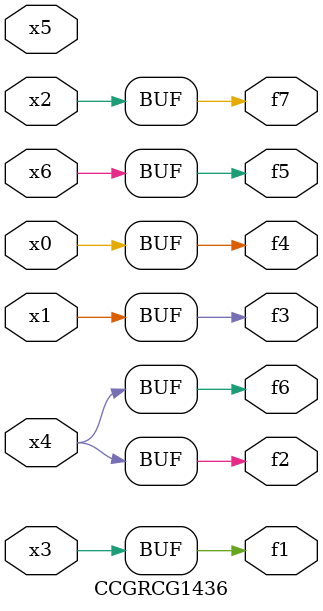
<source format=v>
module CCGRCG1436(
	input x0, x1, x2, x3, x4, x5, x6,
	output f1, f2, f3, f4, f5, f6, f7
);
	assign f1 = x3;
	assign f2 = x4;
	assign f3 = x1;
	assign f4 = x0;
	assign f5 = x6;
	assign f6 = x4;
	assign f7 = x2;
endmodule

</source>
